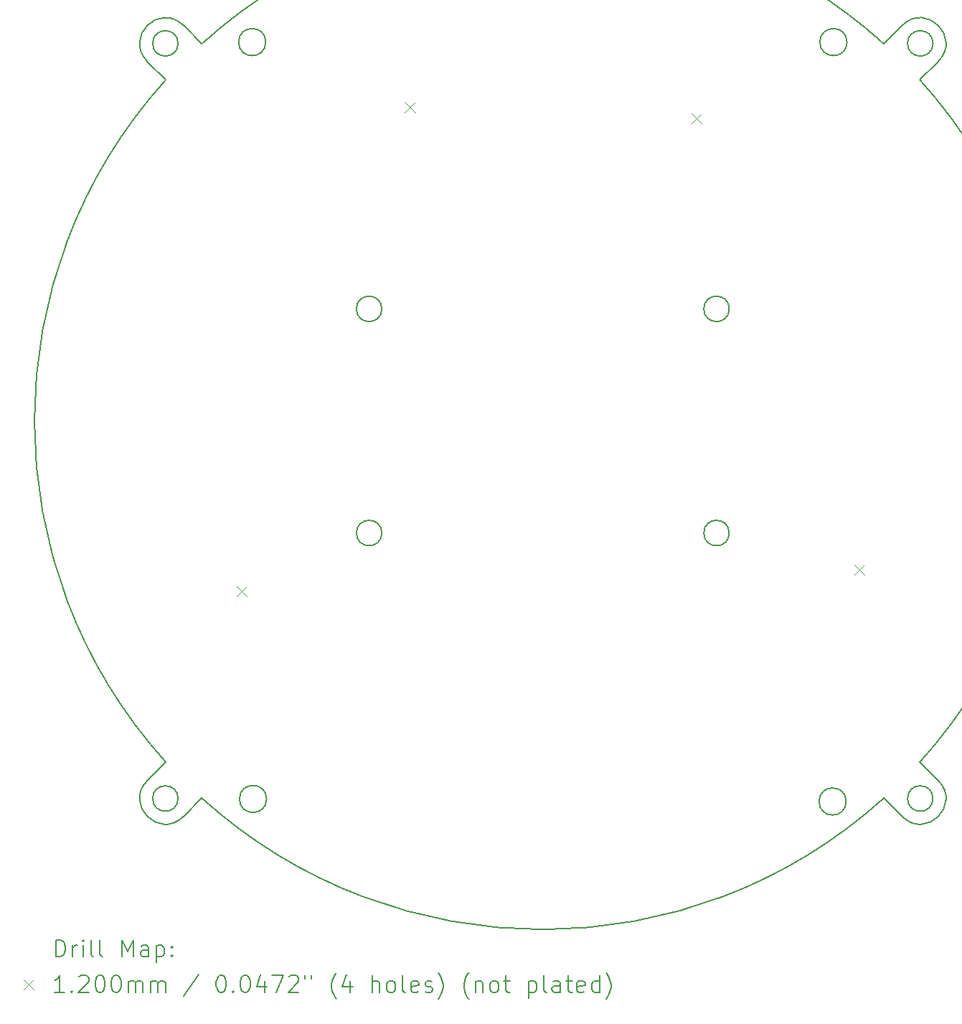
<source format=gbr>
%TF.GenerationSoftware,KiCad,Pcbnew,8.0.4*%
%TF.CreationDate,2024-12-12T22:54:41-05:00*%
%TF.ProjectId,Roboballers Pcb,526f626f-6261-46c6-9c65-727320506362,rev?*%
%TF.SameCoordinates,Original*%
%TF.FileFunction,Drillmap*%
%TF.FilePolarity,Positive*%
%FSLAX45Y45*%
G04 Gerber Fmt 4.5, Leading zero omitted, Abs format (unit mm)*
G04 Created by KiCad (PCBNEW 8.0.4) date 2024-12-12 22:54:41*
%MOMM*%
%LPD*%
G01*
G04 APERTURE LIST*
%ADD10C,0.200000*%
%ADD11C,0.120000*%
G04 APERTURE END LIST*
D10*
X5757360Y-14666904D02*
X5974798Y-14449466D01*
X6740000Y-14460000D02*
G75*
G02*
X6420000Y-14460000I-160000J0D01*
G01*
X6420000Y-14460000D02*
G75*
G02*
X6740000Y-14460000I160000J0D01*
G01*
X14242641Y-14666905D02*
X14025202Y-14449466D01*
X12200001Y-8677765D02*
G75*
G02*
X11900001Y-8677765I-150000J0D01*
G01*
X11900001Y-8677765D02*
G75*
G02*
X12200001Y-8677765I150000J0D01*
G01*
X6730000Y-5530000D02*
G75*
G02*
X6410000Y-5530000I-160000J0D01*
G01*
X6410000Y-5530000D02*
G75*
G02*
X6730000Y-5530000I160000J0D01*
G01*
X14666905Y-14242641D02*
G75*
G02*
X14242641Y-14666905I-212132J-212132D01*
G01*
X14604773Y-5545227D02*
G75*
G02*
X14304773Y-5545227I-150000J0D01*
G01*
X14304773Y-5545227D02*
G75*
G02*
X14604773Y-5545227I150000J0D01*
G01*
X5333098Y-14242638D02*
X5550534Y-14025202D01*
X12200001Y-11322235D02*
G75*
G02*
X11900001Y-11322235I-150000J0D01*
G01*
X11900001Y-11322235D02*
G75*
G02*
X12200001Y-11322235I150000J0D01*
G01*
X5974798Y-5550534D02*
G75*
G02*
X14025202Y-5550534I4025202J-4449466D01*
G01*
X14242640Y-5333096D02*
X14025202Y-5550534D01*
X5757359Y-5333095D02*
X5974798Y-5550534D01*
X14025202Y-14449466D02*
G75*
G02*
X5974798Y-14449466I-4025202J4449466D01*
G01*
X5333095Y-5757359D02*
X5550534Y-5974798D01*
X5550534Y-14025202D02*
G75*
G02*
X5550534Y-5974798I4449465J4025202D01*
G01*
X14666902Y-5757362D02*
X14449466Y-5974798D01*
X8100001Y-11322235D02*
G75*
G02*
X7800001Y-11322235I-150000J0D01*
G01*
X7800001Y-11322235D02*
G75*
G02*
X8100001Y-11322235I150000J0D01*
G01*
X14604773Y-14454773D02*
G75*
G02*
X14304773Y-14454773I-150000J0D01*
G01*
X14304773Y-14454773D02*
G75*
G02*
X14604773Y-14454773I150000J0D01*
G01*
X5695227Y-5545227D02*
G75*
G02*
X5395227Y-5545227I-150000J0D01*
G01*
X5395227Y-5545227D02*
G75*
G02*
X5695227Y-5545227I150000J0D01*
G01*
X14449466Y-5974798D02*
G75*
G02*
X14449466Y-14025202I-4449465J-4025202D01*
G01*
X13580000Y-14490000D02*
G75*
G02*
X13260000Y-14490000I-160000J0D01*
G01*
X13260000Y-14490000D02*
G75*
G02*
X13580000Y-14490000I160000J0D01*
G01*
X14666905Y-14242641D02*
X14449466Y-14025202D01*
X13590000Y-5530000D02*
G75*
G02*
X13270000Y-5530000I-160000J0D01*
G01*
X13270000Y-5530000D02*
G75*
G02*
X13590000Y-5530000I160000J0D01*
G01*
X5757360Y-14666904D02*
G75*
G02*
X5333098Y-14242638I-212130J212134D01*
G01*
X8100001Y-8677765D02*
G75*
G02*
X7800001Y-8677765I-150000J0D01*
G01*
X7800001Y-8677765D02*
G75*
G02*
X8100001Y-8677765I150000J0D01*
G01*
X5695227Y-14454773D02*
G75*
G02*
X5395227Y-14454773I-150000J0D01*
G01*
X5395227Y-14454773D02*
G75*
G02*
X5695227Y-14454773I150000J0D01*
G01*
X14242640Y-5333096D02*
G75*
G02*
X14666902Y-5757362I212130J-212134D01*
G01*
X5333095Y-5757359D02*
G75*
G02*
X5757359Y-5333095I212132J212132D01*
G01*
D11*
X6386700Y-11948600D02*
X6506700Y-12068600D01*
X6506700Y-11948600D02*
X6386700Y-12068600D01*
X8372800Y-6239200D02*
X8492800Y-6359200D01*
X8492800Y-6239200D02*
X8372800Y-6359200D01*
X11754200Y-6373800D02*
X11874200Y-6493800D01*
X11874200Y-6373800D02*
X11754200Y-6493800D01*
X13678200Y-11696600D02*
X13798200Y-11816600D01*
X13798200Y-11696600D02*
X13678200Y-11816600D01*
D10*
X4250777Y-16321484D02*
X4250777Y-16121484D01*
X4250777Y-16121484D02*
X4298396Y-16121484D01*
X4298396Y-16121484D02*
X4326967Y-16131007D01*
X4326967Y-16131007D02*
X4346015Y-16150055D01*
X4346015Y-16150055D02*
X4355539Y-16169103D01*
X4355539Y-16169103D02*
X4365062Y-16207198D01*
X4365062Y-16207198D02*
X4365062Y-16235769D01*
X4365062Y-16235769D02*
X4355539Y-16273864D01*
X4355539Y-16273864D02*
X4346015Y-16292912D01*
X4346015Y-16292912D02*
X4326967Y-16311960D01*
X4326967Y-16311960D02*
X4298396Y-16321484D01*
X4298396Y-16321484D02*
X4250777Y-16321484D01*
X4450777Y-16321484D02*
X4450777Y-16188150D01*
X4450777Y-16226245D02*
X4460301Y-16207198D01*
X4460301Y-16207198D02*
X4469824Y-16197674D01*
X4469824Y-16197674D02*
X4488872Y-16188150D01*
X4488872Y-16188150D02*
X4507920Y-16188150D01*
X4574586Y-16321484D02*
X4574586Y-16188150D01*
X4574586Y-16121484D02*
X4565062Y-16131007D01*
X4565062Y-16131007D02*
X4574586Y-16140531D01*
X4574586Y-16140531D02*
X4584110Y-16131007D01*
X4584110Y-16131007D02*
X4574586Y-16121484D01*
X4574586Y-16121484D02*
X4574586Y-16140531D01*
X4698396Y-16321484D02*
X4679348Y-16311960D01*
X4679348Y-16311960D02*
X4669824Y-16292912D01*
X4669824Y-16292912D02*
X4669824Y-16121484D01*
X4803158Y-16321484D02*
X4784110Y-16311960D01*
X4784110Y-16311960D02*
X4774586Y-16292912D01*
X4774586Y-16292912D02*
X4774586Y-16121484D01*
X5031729Y-16321484D02*
X5031729Y-16121484D01*
X5031729Y-16121484D02*
X5098396Y-16264341D01*
X5098396Y-16264341D02*
X5165062Y-16121484D01*
X5165062Y-16121484D02*
X5165062Y-16321484D01*
X5346015Y-16321484D02*
X5346015Y-16216722D01*
X5346015Y-16216722D02*
X5336491Y-16197674D01*
X5336491Y-16197674D02*
X5317443Y-16188150D01*
X5317443Y-16188150D02*
X5279348Y-16188150D01*
X5279348Y-16188150D02*
X5260301Y-16197674D01*
X5346015Y-16311960D02*
X5326967Y-16321484D01*
X5326967Y-16321484D02*
X5279348Y-16321484D01*
X5279348Y-16321484D02*
X5260301Y-16311960D01*
X5260301Y-16311960D02*
X5250777Y-16292912D01*
X5250777Y-16292912D02*
X5250777Y-16273864D01*
X5250777Y-16273864D02*
X5260301Y-16254817D01*
X5260301Y-16254817D02*
X5279348Y-16245293D01*
X5279348Y-16245293D02*
X5326967Y-16245293D01*
X5326967Y-16245293D02*
X5346015Y-16235769D01*
X5441253Y-16188150D02*
X5441253Y-16388150D01*
X5441253Y-16197674D02*
X5460301Y-16188150D01*
X5460301Y-16188150D02*
X5498396Y-16188150D01*
X5498396Y-16188150D02*
X5517443Y-16197674D01*
X5517443Y-16197674D02*
X5526967Y-16207198D01*
X5526967Y-16207198D02*
X5536491Y-16226245D01*
X5536491Y-16226245D02*
X5536491Y-16283388D01*
X5536491Y-16283388D02*
X5526967Y-16302436D01*
X5526967Y-16302436D02*
X5517443Y-16311960D01*
X5517443Y-16311960D02*
X5498396Y-16321484D01*
X5498396Y-16321484D02*
X5460301Y-16321484D01*
X5460301Y-16321484D02*
X5441253Y-16311960D01*
X5622205Y-16302436D02*
X5631729Y-16311960D01*
X5631729Y-16311960D02*
X5622205Y-16321484D01*
X5622205Y-16321484D02*
X5612681Y-16311960D01*
X5612681Y-16311960D02*
X5622205Y-16302436D01*
X5622205Y-16302436D02*
X5622205Y-16321484D01*
X5622205Y-16197674D02*
X5631729Y-16207198D01*
X5631729Y-16207198D02*
X5622205Y-16216722D01*
X5622205Y-16216722D02*
X5612681Y-16207198D01*
X5612681Y-16207198D02*
X5622205Y-16197674D01*
X5622205Y-16197674D02*
X5622205Y-16216722D01*
D11*
X3870000Y-16590000D02*
X3990000Y-16710000D01*
X3990000Y-16590000D02*
X3870000Y-16710000D01*
D10*
X4355539Y-16741484D02*
X4241253Y-16741484D01*
X4298396Y-16741484D02*
X4298396Y-16541484D01*
X4298396Y-16541484D02*
X4279348Y-16570055D01*
X4279348Y-16570055D02*
X4260301Y-16589103D01*
X4260301Y-16589103D02*
X4241253Y-16598626D01*
X4441253Y-16722436D02*
X4450777Y-16731960D01*
X4450777Y-16731960D02*
X4441253Y-16741484D01*
X4441253Y-16741484D02*
X4431729Y-16731960D01*
X4431729Y-16731960D02*
X4441253Y-16722436D01*
X4441253Y-16722436D02*
X4441253Y-16741484D01*
X4526967Y-16560531D02*
X4536491Y-16551007D01*
X4536491Y-16551007D02*
X4555539Y-16541484D01*
X4555539Y-16541484D02*
X4603158Y-16541484D01*
X4603158Y-16541484D02*
X4622205Y-16551007D01*
X4622205Y-16551007D02*
X4631729Y-16560531D01*
X4631729Y-16560531D02*
X4641253Y-16579579D01*
X4641253Y-16579579D02*
X4641253Y-16598626D01*
X4641253Y-16598626D02*
X4631729Y-16627198D01*
X4631729Y-16627198D02*
X4517443Y-16741484D01*
X4517443Y-16741484D02*
X4641253Y-16741484D01*
X4765062Y-16541484D02*
X4784110Y-16541484D01*
X4784110Y-16541484D02*
X4803158Y-16551007D01*
X4803158Y-16551007D02*
X4812682Y-16560531D01*
X4812682Y-16560531D02*
X4822205Y-16579579D01*
X4822205Y-16579579D02*
X4831729Y-16617674D01*
X4831729Y-16617674D02*
X4831729Y-16665293D01*
X4831729Y-16665293D02*
X4822205Y-16703388D01*
X4822205Y-16703388D02*
X4812682Y-16722436D01*
X4812682Y-16722436D02*
X4803158Y-16731960D01*
X4803158Y-16731960D02*
X4784110Y-16741484D01*
X4784110Y-16741484D02*
X4765062Y-16741484D01*
X4765062Y-16741484D02*
X4746015Y-16731960D01*
X4746015Y-16731960D02*
X4736491Y-16722436D01*
X4736491Y-16722436D02*
X4726967Y-16703388D01*
X4726967Y-16703388D02*
X4717443Y-16665293D01*
X4717443Y-16665293D02*
X4717443Y-16617674D01*
X4717443Y-16617674D02*
X4726967Y-16579579D01*
X4726967Y-16579579D02*
X4736491Y-16560531D01*
X4736491Y-16560531D02*
X4746015Y-16551007D01*
X4746015Y-16551007D02*
X4765062Y-16541484D01*
X4955539Y-16541484D02*
X4974586Y-16541484D01*
X4974586Y-16541484D02*
X4993634Y-16551007D01*
X4993634Y-16551007D02*
X5003158Y-16560531D01*
X5003158Y-16560531D02*
X5012682Y-16579579D01*
X5012682Y-16579579D02*
X5022205Y-16617674D01*
X5022205Y-16617674D02*
X5022205Y-16665293D01*
X5022205Y-16665293D02*
X5012682Y-16703388D01*
X5012682Y-16703388D02*
X5003158Y-16722436D01*
X5003158Y-16722436D02*
X4993634Y-16731960D01*
X4993634Y-16731960D02*
X4974586Y-16741484D01*
X4974586Y-16741484D02*
X4955539Y-16741484D01*
X4955539Y-16741484D02*
X4936491Y-16731960D01*
X4936491Y-16731960D02*
X4926967Y-16722436D01*
X4926967Y-16722436D02*
X4917443Y-16703388D01*
X4917443Y-16703388D02*
X4907920Y-16665293D01*
X4907920Y-16665293D02*
X4907920Y-16617674D01*
X4907920Y-16617674D02*
X4917443Y-16579579D01*
X4917443Y-16579579D02*
X4926967Y-16560531D01*
X4926967Y-16560531D02*
X4936491Y-16551007D01*
X4936491Y-16551007D02*
X4955539Y-16541484D01*
X5107920Y-16741484D02*
X5107920Y-16608150D01*
X5107920Y-16627198D02*
X5117443Y-16617674D01*
X5117443Y-16617674D02*
X5136491Y-16608150D01*
X5136491Y-16608150D02*
X5165063Y-16608150D01*
X5165063Y-16608150D02*
X5184110Y-16617674D01*
X5184110Y-16617674D02*
X5193634Y-16636722D01*
X5193634Y-16636722D02*
X5193634Y-16741484D01*
X5193634Y-16636722D02*
X5203158Y-16617674D01*
X5203158Y-16617674D02*
X5222205Y-16608150D01*
X5222205Y-16608150D02*
X5250777Y-16608150D01*
X5250777Y-16608150D02*
X5269824Y-16617674D01*
X5269824Y-16617674D02*
X5279348Y-16636722D01*
X5279348Y-16636722D02*
X5279348Y-16741484D01*
X5374586Y-16741484D02*
X5374586Y-16608150D01*
X5374586Y-16627198D02*
X5384110Y-16617674D01*
X5384110Y-16617674D02*
X5403158Y-16608150D01*
X5403158Y-16608150D02*
X5431729Y-16608150D01*
X5431729Y-16608150D02*
X5450777Y-16617674D01*
X5450777Y-16617674D02*
X5460301Y-16636722D01*
X5460301Y-16636722D02*
X5460301Y-16741484D01*
X5460301Y-16636722D02*
X5469824Y-16617674D01*
X5469824Y-16617674D02*
X5488872Y-16608150D01*
X5488872Y-16608150D02*
X5517443Y-16608150D01*
X5517443Y-16608150D02*
X5536491Y-16617674D01*
X5536491Y-16617674D02*
X5546015Y-16636722D01*
X5546015Y-16636722D02*
X5546015Y-16741484D01*
X5936491Y-16531960D02*
X5765063Y-16789103D01*
X6193634Y-16541484D02*
X6212682Y-16541484D01*
X6212682Y-16541484D02*
X6231729Y-16551007D01*
X6231729Y-16551007D02*
X6241253Y-16560531D01*
X6241253Y-16560531D02*
X6250777Y-16579579D01*
X6250777Y-16579579D02*
X6260301Y-16617674D01*
X6260301Y-16617674D02*
X6260301Y-16665293D01*
X6260301Y-16665293D02*
X6250777Y-16703388D01*
X6250777Y-16703388D02*
X6241253Y-16722436D01*
X6241253Y-16722436D02*
X6231729Y-16731960D01*
X6231729Y-16731960D02*
X6212682Y-16741484D01*
X6212682Y-16741484D02*
X6193634Y-16741484D01*
X6193634Y-16741484D02*
X6174586Y-16731960D01*
X6174586Y-16731960D02*
X6165063Y-16722436D01*
X6165063Y-16722436D02*
X6155539Y-16703388D01*
X6155539Y-16703388D02*
X6146015Y-16665293D01*
X6146015Y-16665293D02*
X6146015Y-16617674D01*
X6146015Y-16617674D02*
X6155539Y-16579579D01*
X6155539Y-16579579D02*
X6165063Y-16560531D01*
X6165063Y-16560531D02*
X6174586Y-16551007D01*
X6174586Y-16551007D02*
X6193634Y-16541484D01*
X6346015Y-16722436D02*
X6355539Y-16731960D01*
X6355539Y-16731960D02*
X6346015Y-16741484D01*
X6346015Y-16741484D02*
X6336491Y-16731960D01*
X6336491Y-16731960D02*
X6346015Y-16722436D01*
X6346015Y-16722436D02*
X6346015Y-16741484D01*
X6479348Y-16541484D02*
X6498396Y-16541484D01*
X6498396Y-16541484D02*
X6517444Y-16551007D01*
X6517444Y-16551007D02*
X6526967Y-16560531D01*
X6526967Y-16560531D02*
X6536491Y-16579579D01*
X6536491Y-16579579D02*
X6546015Y-16617674D01*
X6546015Y-16617674D02*
X6546015Y-16665293D01*
X6546015Y-16665293D02*
X6536491Y-16703388D01*
X6536491Y-16703388D02*
X6526967Y-16722436D01*
X6526967Y-16722436D02*
X6517444Y-16731960D01*
X6517444Y-16731960D02*
X6498396Y-16741484D01*
X6498396Y-16741484D02*
X6479348Y-16741484D01*
X6479348Y-16741484D02*
X6460301Y-16731960D01*
X6460301Y-16731960D02*
X6450777Y-16722436D01*
X6450777Y-16722436D02*
X6441253Y-16703388D01*
X6441253Y-16703388D02*
X6431729Y-16665293D01*
X6431729Y-16665293D02*
X6431729Y-16617674D01*
X6431729Y-16617674D02*
X6441253Y-16579579D01*
X6441253Y-16579579D02*
X6450777Y-16560531D01*
X6450777Y-16560531D02*
X6460301Y-16551007D01*
X6460301Y-16551007D02*
X6479348Y-16541484D01*
X6717444Y-16608150D02*
X6717444Y-16741484D01*
X6669824Y-16531960D02*
X6622205Y-16674817D01*
X6622205Y-16674817D02*
X6746015Y-16674817D01*
X6803158Y-16541484D02*
X6936491Y-16541484D01*
X6936491Y-16541484D02*
X6850777Y-16741484D01*
X7003158Y-16560531D02*
X7012682Y-16551007D01*
X7012682Y-16551007D02*
X7031729Y-16541484D01*
X7031729Y-16541484D02*
X7079348Y-16541484D01*
X7079348Y-16541484D02*
X7098396Y-16551007D01*
X7098396Y-16551007D02*
X7107920Y-16560531D01*
X7107920Y-16560531D02*
X7117444Y-16579579D01*
X7117444Y-16579579D02*
X7117444Y-16598626D01*
X7117444Y-16598626D02*
X7107920Y-16627198D01*
X7107920Y-16627198D02*
X6993634Y-16741484D01*
X6993634Y-16741484D02*
X7117444Y-16741484D01*
X7193634Y-16541484D02*
X7193634Y-16579579D01*
X7269825Y-16541484D02*
X7269825Y-16579579D01*
X7565063Y-16817674D02*
X7555539Y-16808150D01*
X7555539Y-16808150D02*
X7536491Y-16779579D01*
X7536491Y-16779579D02*
X7526967Y-16760531D01*
X7526967Y-16760531D02*
X7517444Y-16731960D01*
X7517444Y-16731960D02*
X7507920Y-16684341D01*
X7507920Y-16684341D02*
X7507920Y-16646245D01*
X7507920Y-16646245D02*
X7517444Y-16598626D01*
X7517444Y-16598626D02*
X7526967Y-16570055D01*
X7526967Y-16570055D02*
X7536491Y-16551007D01*
X7536491Y-16551007D02*
X7555539Y-16522436D01*
X7555539Y-16522436D02*
X7565063Y-16512912D01*
X7726967Y-16608150D02*
X7726967Y-16741484D01*
X7679348Y-16531960D02*
X7631729Y-16674817D01*
X7631729Y-16674817D02*
X7755539Y-16674817D01*
X7984110Y-16741484D02*
X7984110Y-16541484D01*
X8069825Y-16741484D02*
X8069825Y-16636722D01*
X8069825Y-16636722D02*
X8060301Y-16617674D01*
X8060301Y-16617674D02*
X8041253Y-16608150D01*
X8041253Y-16608150D02*
X8012682Y-16608150D01*
X8012682Y-16608150D02*
X7993634Y-16617674D01*
X7993634Y-16617674D02*
X7984110Y-16627198D01*
X8193634Y-16741484D02*
X8174587Y-16731960D01*
X8174587Y-16731960D02*
X8165063Y-16722436D01*
X8165063Y-16722436D02*
X8155539Y-16703388D01*
X8155539Y-16703388D02*
X8155539Y-16646245D01*
X8155539Y-16646245D02*
X8165063Y-16627198D01*
X8165063Y-16627198D02*
X8174587Y-16617674D01*
X8174587Y-16617674D02*
X8193634Y-16608150D01*
X8193634Y-16608150D02*
X8222206Y-16608150D01*
X8222206Y-16608150D02*
X8241253Y-16617674D01*
X8241253Y-16617674D02*
X8250777Y-16627198D01*
X8250777Y-16627198D02*
X8260301Y-16646245D01*
X8260301Y-16646245D02*
X8260301Y-16703388D01*
X8260301Y-16703388D02*
X8250777Y-16722436D01*
X8250777Y-16722436D02*
X8241253Y-16731960D01*
X8241253Y-16731960D02*
X8222206Y-16741484D01*
X8222206Y-16741484D02*
X8193634Y-16741484D01*
X8374587Y-16741484D02*
X8355539Y-16731960D01*
X8355539Y-16731960D02*
X8346015Y-16712912D01*
X8346015Y-16712912D02*
X8346015Y-16541484D01*
X8526968Y-16731960D02*
X8507920Y-16741484D01*
X8507920Y-16741484D02*
X8469825Y-16741484D01*
X8469825Y-16741484D02*
X8450777Y-16731960D01*
X8450777Y-16731960D02*
X8441253Y-16712912D01*
X8441253Y-16712912D02*
X8441253Y-16636722D01*
X8441253Y-16636722D02*
X8450777Y-16617674D01*
X8450777Y-16617674D02*
X8469825Y-16608150D01*
X8469825Y-16608150D02*
X8507920Y-16608150D01*
X8507920Y-16608150D02*
X8526968Y-16617674D01*
X8526968Y-16617674D02*
X8536491Y-16636722D01*
X8536491Y-16636722D02*
X8536491Y-16655769D01*
X8536491Y-16655769D02*
X8441253Y-16674817D01*
X8612682Y-16731960D02*
X8631730Y-16741484D01*
X8631730Y-16741484D02*
X8669825Y-16741484D01*
X8669825Y-16741484D02*
X8688872Y-16731960D01*
X8688872Y-16731960D02*
X8698396Y-16712912D01*
X8698396Y-16712912D02*
X8698396Y-16703388D01*
X8698396Y-16703388D02*
X8688872Y-16684341D01*
X8688872Y-16684341D02*
X8669825Y-16674817D01*
X8669825Y-16674817D02*
X8641253Y-16674817D01*
X8641253Y-16674817D02*
X8622206Y-16665293D01*
X8622206Y-16665293D02*
X8612682Y-16646245D01*
X8612682Y-16646245D02*
X8612682Y-16636722D01*
X8612682Y-16636722D02*
X8622206Y-16617674D01*
X8622206Y-16617674D02*
X8641253Y-16608150D01*
X8641253Y-16608150D02*
X8669825Y-16608150D01*
X8669825Y-16608150D02*
X8688872Y-16617674D01*
X8765063Y-16817674D02*
X8774587Y-16808150D01*
X8774587Y-16808150D02*
X8793634Y-16779579D01*
X8793634Y-16779579D02*
X8803158Y-16760531D01*
X8803158Y-16760531D02*
X8812682Y-16731960D01*
X8812682Y-16731960D02*
X8822206Y-16684341D01*
X8822206Y-16684341D02*
X8822206Y-16646245D01*
X8822206Y-16646245D02*
X8812682Y-16598626D01*
X8812682Y-16598626D02*
X8803158Y-16570055D01*
X8803158Y-16570055D02*
X8793634Y-16551007D01*
X8793634Y-16551007D02*
X8774587Y-16522436D01*
X8774587Y-16522436D02*
X8765063Y-16512912D01*
X9126968Y-16817674D02*
X9117444Y-16808150D01*
X9117444Y-16808150D02*
X9098396Y-16779579D01*
X9098396Y-16779579D02*
X9088872Y-16760531D01*
X9088872Y-16760531D02*
X9079349Y-16731960D01*
X9079349Y-16731960D02*
X9069825Y-16684341D01*
X9069825Y-16684341D02*
X9069825Y-16646245D01*
X9069825Y-16646245D02*
X9079349Y-16598626D01*
X9079349Y-16598626D02*
X9088872Y-16570055D01*
X9088872Y-16570055D02*
X9098396Y-16551007D01*
X9098396Y-16551007D02*
X9117444Y-16522436D01*
X9117444Y-16522436D02*
X9126968Y-16512912D01*
X9203158Y-16608150D02*
X9203158Y-16741484D01*
X9203158Y-16627198D02*
X9212682Y-16617674D01*
X9212682Y-16617674D02*
X9231730Y-16608150D01*
X9231730Y-16608150D02*
X9260301Y-16608150D01*
X9260301Y-16608150D02*
X9279349Y-16617674D01*
X9279349Y-16617674D02*
X9288872Y-16636722D01*
X9288872Y-16636722D02*
X9288872Y-16741484D01*
X9412682Y-16741484D02*
X9393634Y-16731960D01*
X9393634Y-16731960D02*
X9384111Y-16722436D01*
X9384111Y-16722436D02*
X9374587Y-16703388D01*
X9374587Y-16703388D02*
X9374587Y-16646245D01*
X9374587Y-16646245D02*
X9384111Y-16627198D01*
X9384111Y-16627198D02*
X9393634Y-16617674D01*
X9393634Y-16617674D02*
X9412682Y-16608150D01*
X9412682Y-16608150D02*
X9441253Y-16608150D01*
X9441253Y-16608150D02*
X9460301Y-16617674D01*
X9460301Y-16617674D02*
X9469825Y-16627198D01*
X9469825Y-16627198D02*
X9479349Y-16646245D01*
X9479349Y-16646245D02*
X9479349Y-16703388D01*
X9479349Y-16703388D02*
X9469825Y-16722436D01*
X9469825Y-16722436D02*
X9460301Y-16731960D01*
X9460301Y-16731960D02*
X9441253Y-16741484D01*
X9441253Y-16741484D02*
X9412682Y-16741484D01*
X9536492Y-16608150D02*
X9612682Y-16608150D01*
X9565063Y-16541484D02*
X9565063Y-16712912D01*
X9565063Y-16712912D02*
X9574587Y-16731960D01*
X9574587Y-16731960D02*
X9593634Y-16741484D01*
X9593634Y-16741484D02*
X9612682Y-16741484D01*
X9831730Y-16608150D02*
X9831730Y-16808150D01*
X9831730Y-16617674D02*
X9850777Y-16608150D01*
X9850777Y-16608150D02*
X9888873Y-16608150D01*
X9888873Y-16608150D02*
X9907920Y-16617674D01*
X9907920Y-16617674D02*
X9917444Y-16627198D01*
X9917444Y-16627198D02*
X9926968Y-16646245D01*
X9926968Y-16646245D02*
X9926968Y-16703388D01*
X9926968Y-16703388D02*
X9917444Y-16722436D01*
X9917444Y-16722436D02*
X9907920Y-16731960D01*
X9907920Y-16731960D02*
X9888873Y-16741484D01*
X9888873Y-16741484D02*
X9850777Y-16741484D01*
X9850777Y-16741484D02*
X9831730Y-16731960D01*
X10041253Y-16741484D02*
X10022206Y-16731960D01*
X10022206Y-16731960D02*
X10012682Y-16712912D01*
X10012682Y-16712912D02*
X10012682Y-16541484D01*
X10203158Y-16741484D02*
X10203158Y-16636722D01*
X10203158Y-16636722D02*
X10193634Y-16617674D01*
X10193634Y-16617674D02*
X10174587Y-16608150D01*
X10174587Y-16608150D02*
X10136492Y-16608150D01*
X10136492Y-16608150D02*
X10117444Y-16617674D01*
X10203158Y-16731960D02*
X10184111Y-16741484D01*
X10184111Y-16741484D02*
X10136492Y-16741484D01*
X10136492Y-16741484D02*
X10117444Y-16731960D01*
X10117444Y-16731960D02*
X10107920Y-16712912D01*
X10107920Y-16712912D02*
X10107920Y-16693864D01*
X10107920Y-16693864D02*
X10117444Y-16674817D01*
X10117444Y-16674817D02*
X10136492Y-16665293D01*
X10136492Y-16665293D02*
X10184111Y-16665293D01*
X10184111Y-16665293D02*
X10203158Y-16655769D01*
X10269825Y-16608150D02*
X10346015Y-16608150D01*
X10298396Y-16541484D02*
X10298396Y-16712912D01*
X10298396Y-16712912D02*
X10307920Y-16731960D01*
X10307920Y-16731960D02*
X10326968Y-16741484D01*
X10326968Y-16741484D02*
X10346015Y-16741484D01*
X10488873Y-16731960D02*
X10469825Y-16741484D01*
X10469825Y-16741484D02*
X10431730Y-16741484D01*
X10431730Y-16741484D02*
X10412682Y-16731960D01*
X10412682Y-16731960D02*
X10403158Y-16712912D01*
X10403158Y-16712912D02*
X10403158Y-16636722D01*
X10403158Y-16636722D02*
X10412682Y-16617674D01*
X10412682Y-16617674D02*
X10431730Y-16608150D01*
X10431730Y-16608150D02*
X10469825Y-16608150D01*
X10469825Y-16608150D02*
X10488873Y-16617674D01*
X10488873Y-16617674D02*
X10498396Y-16636722D01*
X10498396Y-16636722D02*
X10498396Y-16655769D01*
X10498396Y-16655769D02*
X10403158Y-16674817D01*
X10669825Y-16741484D02*
X10669825Y-16541484D01*
X10669825Y-16731960D02*
X10650777Y-16741484D01*
X10650777Y-16741484D02*
X10612682Y-16741484D01*
X10612682Y-16741484D02*
X10593634Y-16731960D01*
X10593634Y-16731960D02*
X10584111Y-16722436D01*
X10584111Y-16722436D02*
X10574587Y-16703388D01*
X10574587Y-16703388D02*
X10574587Y-16646245D01*
X10574587Y-16646245D02*
X10584111Y-16627198D01*
X10584111Y-16627198D02*
X10593634Y-16617674D01*
X10593634Y-16617674D02*
X10612682Y-16608150D01*
X10612682Y-16608150D02*
X10650777Y-16608150D01*
X10650777Y-16608150D02*
X10669825Y-16617674D01*
X10746015Y-16817674D02*
X10755539Y-16808150D01*
X10755539Y-16808150D02*
X10774587Y-16779579D01*
X10774587Y-16779579D02*
X10784111Y-16760531D01*
X10784111Y-16760531D02*
X10793634Y-16731960D01*
X10793634Y-16731960D02*
X10803158Y-16684341D01*
X10803158Y-16684341D02*
X10803158Y-16646245D01*
X10803158Y-16646245D02*
X10793634Y-16598626D01*
X10793634Y-16598626D02*
X10784111Y-16570055D01*
X10784111Y-16570055D02*
X10774587Y-16551007D01*
X10774587Y-16551007D02*
X10755539Y-16522436D01*
X10755539Y-16522436D02*
X10746015Y-16512912D01*
M02*

</source>
